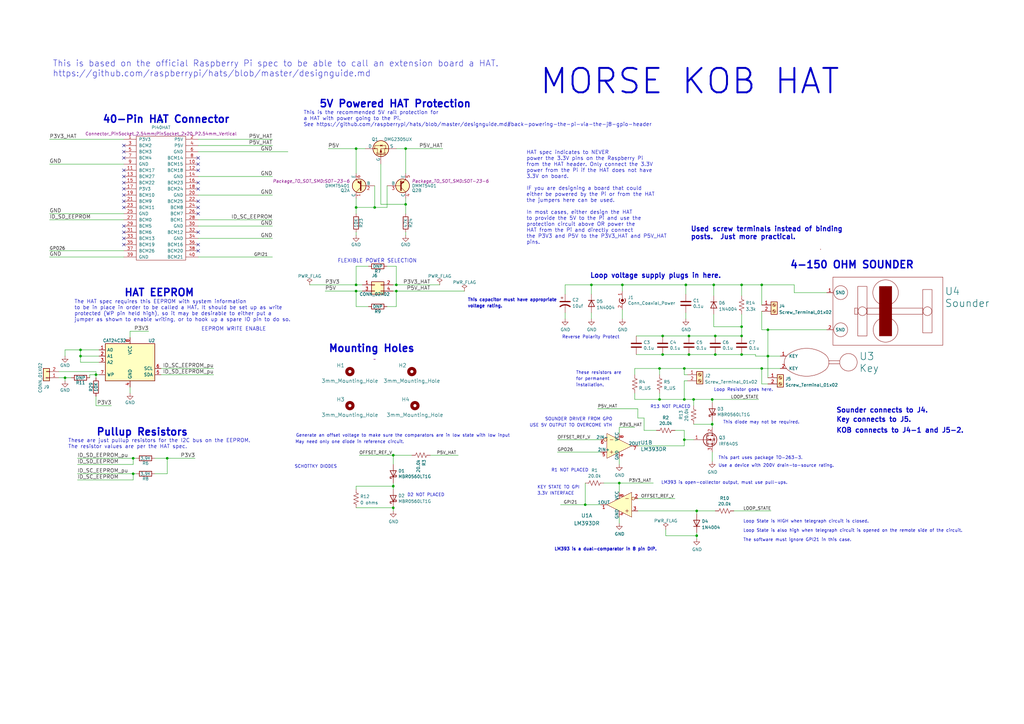
<source format=kicad_sch>
(kicad_sch (version 20211123) (generator eeschema)
  (paper "A3")
  (title_block (title "Raspberry Pi HAT") (date "2022-04-14") (rev "P1") (company "PiKOB Prototype Hat") (comment 1 "Gregory Raven"))
  (lib_symbols
    (symbol "Connector:Conn_Coaxial_Power" (pin_names (offset 1.016) hide)
      (property "Reference" "J" (at -5.08 -1.27 90))
      (property "Value" "Conn_Coaxial_Power" (at -3.175 -1.27 90))
      (symbol "Conn_Coaxial_Power_1_1"
        (pin passive line (at 0 2.54 270) (length 2.54) (name "In") (number "1"))
        (pin passive line (at 0 -5.08 90) (length 2.54) (name "Ext") (number "2"))
      )
    )
    (symbol "Connector:Screw_Terminal_01x02" (pin_names (offset 1.016) hide)
      (property "Reference" "J" (at 0 2.54 0))
      (property "Value" "Screw_Terminal_01x02" (at 0 -5.08 0))
      (symbol "Screw_Terminal_01x02_1_1"
        (pin passive line (at -5.08 0 0) (length 3.81) (name "Pin_1") (number "1"))
        (pin passive line (at -5.08 -2.54 0) (length 3.81) (name "Pin_2") (number "2"))
      )
    )
    (symbol "Connector_Generic:Conn_01x02" (pin_names (offset 1.016) hide)
      (property "Reference" "J" (at 0 2.54 0))
      (property "Value" "Conn_01x02" (at 0 -5.08 0))
      (symbol "Conn_01x02_1_1"
        (pin passive line (at -5.08 0 0) (length 3.81) (name "Pin_1") (number "1"))
        (pin passive line (at -5.08 -2.54 0) (length 3.81) (name "Pin_2") (number "2"))
      )
    )
    (symbol "Connector_Generic:Conn_02x02_Odd_Even" (pin_names (offset 1.016) hide)
      (property "Reference" "J" (at 1.27 2.54 0))
      (property "Value" "Conn_02x02_Odd_Even" (at 1.27 -5.08 0))
      (symbol "Conn_02x02_Odd_Even_1_1"
        (pin passive line (at -5.08 0 0) (length 3.81) (name "Pin_1") (number "1"))
        (pin passive line (at 7.62 0 180) (length 3.81) (name "Pin_2") (number "2"))
        (pin passive line (at -5.08 -2.54 0) (length 3.81) (name "Pin_3") (number "3"))
        (pin passive line (at 7.62 -2.54 180) (length 3.81) (name "Pin_4") (number "4"))
      )
    )
    (symbol "Device:C" (pin_numbers hide) (pin_names (offset 0.254))
      (property "Reference" "C" (at 0.635 2.54 0))
      (property "Value" "C" (at 0.635 -2.54 0))
      (symbol "C_1_1"
        (pin passive line (at 0 3.81 270) (length 2.794) (name "~") (number "1"))
        (pin passive line (at 0 -3.81 90) (length 2.794) (name "~") (number "2"))
      )
    )
    (symbol "Device:C_Polarized_US" (pin_numbers hide) (pin_names (offset 0.254) hide)
      (property "Reference" "C" (at 0.635 2.54 0))
      (property "Value" "C_Polarized_US" (at 0.635 -2.54 0))
      (symbol "C_Polarized_US_1_1"
        (pin passive line (at 0 3.81 270) (length 2.794) (name "~") (number "1"))
        (pin passive line (at 0 -3.81 90) (length 3.302) (name "~") (number "2"))
      )
    )
    (symbol "Device:R" (pin_numbers hide) (pin_names (offset 0))
      (property "Reference" "R" (at 2.032 0 90))
      (property "Value" "R" (at 0 0 90))
      (symbol "R_1_1"
        (pin passive line (at 0 3.81 270) (length 1.27) (name "~") (number "1"))
        (pin passive line (at 0 -3.81 90) (length 1.27) (name "~") (number "2"))
      )
    )
    (symbol "Device:R_US" (pin_numbers hide) (pin_names (offset 0))
      (property "Reference" "R" (at 2.54 0 90))
      (property "Value" "R_US" (at -2.54 0 90))
      (symbol "R_US_1_1"
        (pin passive line (at 0 3.81 270) (length 1.27) (name "~") (number "1"))
        (pin passive line (at 0 -3.81 90) (length 1.27) (name "~") (number "2"))
      )
    )
    (symbol "Diode:1N4004" (pin_numbers hide) (pin_names (offset 1.016) hide)
      (property "Reference" "D" (at 0 2.54 0))
      (property "Value" "1N4004" (at 0 -2.54 0))
      (symbol "1N4004_1_1"
        (pin passive line (at -3.81 0 0) (length 2.54) (name "K") (number "1"))
        (pin passive line (at 3.81 0 180) (length 2.54) (name "A") (number "2"))
      )
    )
    (symbol "Diode:MBR0560" (pin_numbers hide) (pin_names (offset 1.016) hide)
      (property "Reference" "D" (at 0 2.54 0))
      (property "Value" "MBR0560" (at 0 -2.54 0))
      (symbol "MBR0560_1_1"
        (pin passive line (at -3.81 0 0) (length 2.54) (name "K") (number "1"))
        (pin passive line (at 3.81 0 180) (length 2.54) (name "A") (number "2"))
      )
    )
    (symbol "Mechanical:MountingHole" (pin_names (offset 1.016))
      (property "Reference" "H" (at 0 5.08 0))
      (property "Value" "MountingHole" (at 0 3.175 0))
    )
    (symbol "Transistor_FET:IRFS4321" (pin_names hide)
      (property "Reference" "Q" (at 5.08 1.905 0))
      (property "Value" "IRFS4321" (at 5.08 0 0))
      (symbol "IRFS4321_1_1"
        (pin passive line (at -5.08 0 0) (length 2.54) (name "G") (number "1"))
        (pin passive line (at 2.54 5.08 270) (length 2.54) (name "D") (number "2"))
        (pin passive line (at 2.54 -5.08 90) (length 2.54) (name "S") (number "3"))
      )
    )
    (symbol "power:GND" (power) (pin_names (offset 0))
      (property "Value" "GND" (at 0 -3.81 0))
      (symbol "GND_1_1"
        (pin power_in line (at 0 0 270) (length 0) hide (name "GND") (number "1"))
      )
    )
    (symbol "power:PWR_FLAG" (power) (pin_numbers hide) (pin_names (offset 0) hide)
      (property "Value" "PWR_FLAG" (at 0 3.81 0))
      (symbol "PWR_FLAG_0_0"
        (pin power_out line (at 0 0 90) (length 0) (name "pwr") (number "1"))
      )
    )
    (symbol "raspberrypi_hat:CAT24C32" (pin_names (offset 0.762))
      (property "Reference" "U" (at -8.89 8.89 0))
      (property "Value" "CAT24C32" (at 6.35 8.89 0))
      (symbol "CAT24C32_0_0"
        (pin power_in line (at 0 -10.16 90) (length 2.54) (name "GND") (number "4"))
        (pin power_in line (at 0 10.16 270) (length 2.54) (name "VCC") (number "8"))
      )
      (symbol "CAT24C32_1_1"
        (pin input line (at -12.7 5.08 0) (length 2.54) (name "A0") (number "1"))
        (pin input line (at -12.7 2.54 0) (length 2.54) (name "A1") (number "2"))
        (pin input line (at -12.7 0 0) (length 2.54) (name "A2") (number "3"))
        (pin bidirectional line (at 12.7 -5.08 180) (length 2.54) (name "SDA") (number "5"))
        (pin input line (at 12.7 -2.54 180) (length 2.54) (name "SCL") (number "6"))
        (pin input line (at -12.7 -5.08 0) (length 2.54) (name "WP") (number "7"))
      )
    )
    (symbol "raspberrypi_hat:DMG2305UX" (pin_numbers hide) (pin_names (offset 0))
      (property "Reference" "Q" (at -2.54 3.81 0))
      (property "Value" "DMG2305UX" (at 12.7 3.81 0))
      (symbol "DMG2305UX_1_1"
        (pin input line (at -6.35 0 0) (length 3.81) (name "G") (number "1"))
        (pin passive line (at 0 -6.35 90) (length 3.81) (name "S") (number "2"))
        (pin passive line (at 0 6.35 270) (length 3.81) (name "D") (number "3"))
      )
    )
    (symbol "raspberrypi_hat:DMMT5401" (pin_names (offset 0))
      (property "Reference" "Q" (at 5.08 1.905 0))
      (property "Value" "DMMT5401" (at 5.08 0 0))
      (property "Footprint" "SOT-26" (at 5.08 -1.905 0))
      (symbol "DMMT5401_1_1"
        (pin passive line (at 2.54 5.08 270) (length 2.54) (name "C") (number "1"))
        (pin input line (at -5.08 0 0) (length 5.08) (name "B") (number "2"))
        (pin passive line (at 2.54 -5.08 90) (length 2.54) (name "E") (number "6"))
      )
      (symbol "DMMT5401_2_1"
        (pin input line (at -5.08 0 0) (length 5.08) (name "B") (number "3"))
        (pin passive line (at 2.54 5.08 270) (length 2.54) (name "C") (number "4"))
        (pin passive line (at 2.54 -5.08 90) (length 2.54) (name "E") (number "5"))
      )
    )
    (symbol "raspberrypi_hat:PI40HAT" (pin_names (offset 1.016))
      (property "Reference" "J" (at 8.89 2.54 0))
      (property "Value" "PI40HAT" (at -7.62 2.54 0))
      (property "Footprint" "OX40_Module_Header" (at 0 5.08 0))
      (symbol "PI40HAT_1_1"
        (pin passive line (at -15.24 0 0) (length 5.08) (name "P3V3") (number "1"))
        (pin passive line (at 15.24 -10.16 180) (length 5.08) (name "BCM15") (number "10"))
        (pin passive line (at -15.24 -12.7 0) (length 5.08) (name "BCM17") (number "11"))
        (pin passive line (at 15.24 -12.7 180) (length 5.08) (name "BCM18") (number "12"))
        (pin passive line (at -15.24 -15.24 0) (length 5.08) (name "BCM27") (number "13"))
        (pin passive line (at 15.24 -15.24 180) (length 5.08) (name "GND") (number "14"))
        (pin passive line (at -15.24 -17.78 0) (length 5.08) (name "BCM22") (number "15"))
        (pin passive line (at 15.24 -17.78 180) (length 5.08) (name "BCM23") (number "16"))
        (pin passive line (at -15.24 -20.32 0) (length 5.08) (name "P3V3") (number "17"))
        (pin passive line (at 15.24 -20.32 180) (length 5.08) (name "BCM24") (number "18"))
        (pin passive line (at -15.24 -22.86 0) (length 5.08) (name "BCM10") (number "19"))
        (pin passive line (at 15.24 0 180) (length 5.08) (name "P5V") (number "2"))
        (pin passive line (at 15.24 -22.86 180) (length 5.08) (name "GND") (number "20"))
        (pin passive line (at -15.24 -25.4 0) (length 5.08) (name "BCM9") (number "21"))
        (pin passive line (at 15.24 -25.4 180) (length 5.08) (name "BCM25") (number "22"))
        (pin passive line (at -15.24 -27.94 0) (length 5.08) (name "BCM11") (number "23"))
        (pin passive line (at 15.24 -27.94 180) (length 5.08) (name "BCM8") (number "24"))
        (pin passive line (at -15.24 -30.48 0) (length 5.08) (name "GND") (number "25"))
        (pin passive line (at 15.24 -30.48 180) (length 5.08) (name "BCM7") (number "26"))
        (pin passive line (at -15.24 -33.02 0) (length 5.08) (name "BCM0") (number "27"))
        (pin passive line (at 15.24 -33.02 180) (length 5.08) (name "BCM1") (number "28"))
        (pin passive line (at -15.24 -35.56 0) (length 5.08) (name "BCM5") (number "29"))
        (pin passive line (at -15.24 -2.54 0) (length 5.08) (name "BCM2") (number "3"))
        (pin passive line (at 15.24 -35.56 180) (length 5.08) (name "GND") (number "30"))
        (pin passive line (at -15.24 -38.1 0) (length 5.08) (name "BCM6") (number "31"))
        (pin passive line (at 15.24 -38.1 180) (length 5.08) (name "BCM12") (number "32"))
        (pin passive line (at -15.24 -40.64 0) (length 5.08) (name "BCM13") (number "33"))
        (pin passive line (at 15.24 -40.64 180) (length 5.08) (name "GND") (number "34"))
        (pin passive line (at -15.24 -43.18 0) (length 5.08) (name "BCM19") (number "35"))
        (pin passive line (at 15.24 -43.18 180) (length 5.08) (name "BCM16") (number "36"))
        (pin passive line (at -15.24 -45.72 0) (length 5.08) (name "BCM26") (number "37"))
        (pin passive line (at 15.24 -45.72 180) (length 5.08) (name "BCM20") (number "38"))
        (pin passive line (at -15.24 -48.26 0) (length 5.08) (name "GND") (number "39"))
        (pin passive line (at 15.24 -2.54 180) (length 5.08) (name "P5V") (number "4"))
        (pin passive line (at 15.24 -48.26 180) (length 5.08) (name "BCM21") (number "40"))
        (pin passive line (at -15.24 -5.08 0) (length 5.08) (name "BCM3") (number "5"))
        (pin passive line (at 15.24 -5.08 180) (length 5.08) (name "GND") (number "6"))
        (pin passive line (at -15.24 -7.62 0) (length 5.08) (name "BCM4") (number "7"))
        (pin passive line (at 15.24 -7.62 180) (length 5.08) (name "BCM14") (number "8"))
        (pin passive line (at -15.24 -10.16 0) (length 5.08) (name "GND") (number "9"))
      )
    )
    (symbol "rpikobhat-rescue:Key-Telegraph" (pin_names (offset 1.016))
      (property "Reference" "U" (at -2.159 -3.683 0))
      (property "Value" "Key-Telegraph" (at -0.635 0.127 0))
      (symbol "Key-Telegraph_1_1"
        (pin input line (at -11.43 2.54 0) (length 2.54) (name "KEY") (number "1"))
        (pin input line (at -11.43 -2.54 0) (length 2.54) (name "KEY") (number "2"))
      )
    )
    (symbol "rpikobhat-rescue:LM393DR-dk_Linear-Comparators" (pin_names (offset 0))
      (property "Reference" "U" (at -3.81 6.35 0))
      (property "Value" "LM393DR-dk_Linear-Comparators" (at 2.54 -5.08 0))
      (symbol "LM393DR-dk_Linear-Comparators_1_1"
        (pin output line (at 7.62 0 180) (length 2.54) (name "1OUT") (number "1"))
        (pin input line (at -7.62 2.54 0) (length 1.27) (name "~") (number "2"))
        (pin input line (at -7.62 -2.54 0) (length 2.54) (name "~") (number "3"))
        (pin power_in line (at 0 -5.08 90) (length 2.54) (name "GND") (number "4"))
        (pin power_in line (at 0 5.08 270) (length 2.54) (name "VCC") (number "8"))
      )
      (symbol "LM393DR-dk_Linear-Comparators_2_1"
        (pin power_in line (at 0 -5.08 90) (length 2.54) (name "GND") (number "4"))
        (pin input line (at -7.62 -2.54 0) (length 2.54) (name "2IN+") (number "5"))
        (pin input line (at -7.62 2.54 0) (length 1.27) (name "2IN-") (number "6"))
        (pin output line (at 7.62 0 180) (length 2.54) (name "2OUT") (number "7"))
        (pin power_in line (at 0 5.08 270) (length 2.54) (name "VCC") (number "8"))
      )
    )
    (symbol "rpikobhat-rescue:Sounder-Telegraph" (pin_names (offset 1.016))
      (property "Reference" "U" (at 7.62 10.16 0))
      (property "Value" "Sounder-Telegraph" (at 13.97 -11.43 0))
      (symbol "Sounder-Telegraph_1_1"
        (pin input line (at -24.13 7.62 0) (length 2.54) (name "SND") (number "1"))
        (pin input line (at -24.13 -7.62 0) (length 2.54) (name "SND") (number "2"))
      )
    )
  )
  (junction (at 162.56 116.84))
  (junction (at 54.61 187.96))
  (junction (at 280.67 180.34))
  (junction (at 304.165 145.415))
  (junction (at 304.165 116.84))
  (junction (at 282.575 137.795))
  (junction (at 270.51 163.83))
  (junction (at 255.27 116.84))
  (junction (at 153.67 85.09))
  (junction (at 304.165 133.985))
  (junction (at 281.305 116.84))
  (junction (at 312.42 151.13))
  (junction (at 146.05 116.84))
  (junction (at 293.37 137.795))
  (junction (at 282.575 145.415))
  (junction (at 161.29 208.28))
  (junction (at 292.1 163.83))
  (junction (at 285.75 219.71))
  (junction (at 280.67 151.13))
  (junction (at 54.61 194.31))
  (junction (at 242.57 116.84))
  (junction (at 33.02 143.51))
  (junction (at 146.05 60.96))
  (junction (at 292.735 116.84))
  (junction (at 146.05 119.38))
  (junction (at 146.05 85.09))
  (junction (at 292.1 173.99))
  (junction (at 166.37 83.82))
  (junction (at 26.67 154.94))
  (junction (at 68.58 187.96))
  (junction (at 161.29 199.39))
  (junction (at 33.02 146.05))
  (junction (at 312.42 116.84))
  (junction (at 280.67 163.83))
  (junction (at 161.29 186.69))
  (junction (at 314.96 146.05))
  (junction (at 254 198.12))
  (junction (at 284.48 163.83))
  (junction (at 39.37 153.67))
  (junction (at 285.75 209.55))
  (junction (at 240.03 207.01))
  (junction (at 162.56 119.38))
  (junction (at 304.165 137.795))
  (junction (at 293.37 145.415))
  (junction (at 270.51 151.13))
  (junction (at 271.78 137.795))
  (junction (at 314.96 135.255))
  (junction (at 166.37 60.96))
  (junction (at 271.78 145.415))
  (no_connect (at 50.8 62.23))
  (no_connect (at 81.28 64.77))
  (no_connect (at 81.28 82.55))
  (no_connect (at 81.28 85.09))
  (no_connect (at 81.28 87.63))
  (no_connect (at 81.28 77.47))
  (no_connect (at 81.28 74.93))
  (no_connect (at 81.28 67.31))
  (no_connect (at 81.28 69.85))
  (no_connect (at 50.8 64.77))
  (no_connect (at 81.28 95.25))
  (no_connect (at 50.8 59.69))
  (no_connect (at 50.8 85.09))
  (no_connect (at 50.8 80.01))
  (no_connect (at 50.8 77.47))
  (no_connect (at 50.8 74.93))
  (no_connect (at 50.8 82.55))
  (no_connect (at 50.8 92.71))
  (no_connect (at 50.8 95.25))
  (no_connect (at 50.8 97.79))
  (no_connect (at 50.8 100.33))
  (no_connect (at 50.8 69.85))
  (no_connect (at 50.8 72.39))
  (no_connect (at 81.28 100.33))
  (no_connect (at 81.28 102.87))
  (wire (pts (xy 26.67 154.94) (xy 29.21 154.94)))
  (wire (pts (xy 26.67 143.51) (xy 26.67 146.05)))
  (wire (pts (xy 39.37 153.67) (xy 39.37 154.94)))
  (wire (pts (xy 231.775 128.27) (xy 231.775 130.81)))
  (wire (pts (xy 292.735 116.84) (xy 292.735 121.285)))
  (wire (pts (xy 281.305 116.84) (xy 292.735 116.84)))
  (wire (pts (xy 280.67 153.67) (xy 280.67 151.13)))
  (wire (pts (xy 146.05 81.28) (xy 146.05 85.09)))
  (wire (pts (xy 146.05 116.84) (xy 148.59 116.84)))
  (wire (pts (xy 312.42 127.635) (xy 312.42 135.255)))
  (wire (pts (xy 156.21 83.82) (xy 166.37 83.82)))
  (wire (pts (xy 273.05 219.71) (xy 285.75 219.71)))
  (wire (pts (xy 161.29 199.39) (xy 161.29 198.12)))
  (wire (pts (xy 325.755 116.84) (xy 312.42 116.84)))
  (wire (pts (xy 270.51 153.67) (xy 270.51 151.13)))
  (wire (pts (xy 161.29 119.38) (xy 162.56 119.38)))
  (wire (pts (xy 260.35 153.67) (xy 260.35 151.13)))
  (wire (pts (xy 273.05 217.17) (xy 273.05 219.71)))
  (wire (pts (xy 33.02 146.05) (xy 33.02 148.59)))
  (wire (pts (xy 39.37 166.37) (xy 39.37 162.56)))
  (wire (pts (xy 166.37 96.52) (xy 166.37 95.25)))
  (wire (pts (xy 280.67 151.13) (xy 312.42 151.13)))
  (wire (pts (xy 24.13 154.94) (xy 26.67 154.94)))
  (wire (pts (xy 242.57 116.84) (xy 242.57 120.65)))
  (wire (pts (xy 281.305 116.84) (xy 281.305 120.65)))
  (wire (pts (xy 304.165 145.415) (xy 309.88 145.415)))
  (wire (pts (xy 45.72 166.37) (xy 39.37 166.37)))
  (wire (pts (xy 161.29 200.66) (xy 161.29 199.39)))
  (wire (pts (xy 261.62 209.55) (xy 285.75 209.55)))
  (wire (pts (xy 53.34 135.89) (xy 60.96 135.89)))
  (wire (pts (xy 285.75 218.44) (xy 285.75 219.71)))
  (wire (pts (xy 254 187.96) (xy 254 190.5)))
  (wire (pts (xy 264.16 176.53) (xy 269.24 176.53)))
  (wire (pts (xy 285.75 209.55) (xy 293.37 209.55)))
  (wire (pts (xy 63.5 187.96) (xy 68.58 187.96)))
  (wire (pts (xy 54.61 194.31) (xy 55.88 194.31)))
  (wire (pts (xy 314.96 135.255) (xy 314.96 146.05)))
  (wire (pts (xy 146.05 96.52) (xy 146.05 95.25)))
  (wire (pts (xy 309.88 145.415) (xy 309.88 146.05)))
  (wire (pts (xy 292.1 185.42) (xy 292.1 189.23)))
  (wire (pts (xy 81.28 90.17) (xy 111.76 90.17)))
  (wire (pts (xy 134.62 60.96) (xy 146.05 60.96)))
  (wire (pts (xy 254 198.12) (xy 267.97 198.12)))
  (wire (pts (xy 314.96 154.94) (xy 314.96 146.05)))
  (wire (pts (xy 81.28 97.79) (xy 111.76 97.79)))
  (wire (pts (xy 36.83 153.67) (xy 36.83 154.94)))
  (wire (pts (xy 292.1 173.99) (xy 292.1 175.26)))
  (wire (pts (xy 36.83 153.67) (xy 39.37 153.67)))
  (wire (pts (xy 282.575 137.795) (xy 293.37 137.795)))
  (wire (pts (xy 162.56 116.84) (xy 180.34 116.84)))
  (wire (pts (xy 281.94 156.21) (xy 280.67 156.21)))
  (wire (pts (xy 292.735 133.985) (xy 304.165 133.985)))
  (wire (pts (xy 166.37 81.28) (xy 166.37 83.82)))
  (wire (pts (xy 270.51 163.83) (xy 280.67 163.83)))
  (wire (pts (xy 54.61 190.5) (xy 54.61 187.96)))
  (wire (pts (xy 68.58 194.31) (xy 63.5 194.31)))
  (wire (pts (xy 312.42 157.48) (xy 312.42 151.13)))
  (wire (pts (xy 231.775 116.84) (xy 242.57 116.84)))
  (wire (pts (xy 312.42 151.13) (xy 320.04 151.13)))
  (wire (pts (xy 146.05 85.09) (xy 153.67 85.09)))
  (wire (pts (xy 31.75 194.31) (xy 54.61 194.31)))
  (wire (pts (xy 54.61 196.85) (xy 31.75 196.85)))
  (wire (pts (xy 309.88 146.05) (xy 314.96 146.05)))
  (wire (pts (xy 292.1 172.72) (xy 292.1 173.99)))
  (wire (pts (xy 247.65 198.12) (xy 254 198.12)))
  (wire (pts (xy 261.62 167.64) (xy 261.62 171.45)))
  (wire (pts (xy 166.37 71.12) (xy 166.37 60.96)))
  (wire (pts (xy 33.02 148.59) (xy 40.64 148.59)))
  (wire (pts (xy 26.67 156.21) (xy 26.67 154.94)))
  (wire (pts (xy 281.94 153.67) (xy 280.67 153.67)))
  (wire (pts (xy 246.38 180.34) (xy 228.6 180.34)))
  (wire (pts (xy 260.35 151.13) (xy 270.51 151.13)))
  (wire (pts (xy 284.48 163.83) (xy 284.48 166.37)))
  (wire (pts (xy 276.86 176.53) (xy 280.67 176.53)))
  (wire (pts (xy 260.35 161.29) (xy 260.35 163.83)))
  (wire (pts (xy 24.13 152.4) (xy 39.37 152.4)))
  (wire (pts (xy 255.27 127) (xy 255.27 130.81)))
  (wire (pts (xy 254 175.26) (xy 260.35 175.26)))
  (wire (pts (xy 33.02 143.51) (xy 33.02 146.05)))
  (wire (pts (xy 282.575 145.415) (xy 293.37 145.415)))
  (wire (pts (xy 68.58 194.31) (xy 68.58 187.96)))
  (wire (pts (xy 240.03 207.01) (xy 229.87 207.01)))
  (wire (pts (xy 81.28 105.41) (xy 111.76 105.41)))
  (wire (pts (xy 68.58 187.96) (xy 80.01 187.96)))
  (wire (pts (xy 285.75 210.82) (xy 285.75 209.55)))
  (wire (pts (xy 133.35 119.38) (xy 146.05 119.38)))
  (wire (pts (xy 162.56 125.73) (xy 162.56 119.38)))
  (wire (pts (xy 161.29 190.5) (xy 161.29 186.69)))
  (wire (pts (xy 153.67 76.2) (xy 153.67 85.09)))
  (wire (pts (xy 304.165 116.84) (xy 304.165 121.285)))
  (wire (pts (xy 176.53 186.69) (xy 187.96 186.69)))
  (wire (pts (xy 260.35 163.83) (xy 270.51 163.83)))
  (wire (pts (xy 161.29 116.84) (xy 162.56 116.84)))
  (wire (pts (xy 284.48 173.99) (xy 292.1 173.99)))
  (wire (pts (xy 285.75 219.71) (xy 285.75 220.98)))
  (wire (pts (xy 260.985 137.795) (xy 271.78 137.795)))
  (wire (pts (xy 284.48 163.83) (xy 292.1 163.83)))
  (wire (pts (xy 314.96 146.05) (xy 320.04 146.05)))
  (wire (pts (xy 50.8 57.15) (xy 20.32 57.15)))
  (wire (pts (xy 50.8 67.31) (xy 20.32 67.31)))
  (wire (pts (xy 264.16 171.45) (xy 264.16 176.53)))
  (wire (pts (xy 314.96 135.255) (xy 339.09 135.255)))
  (wire (pts (xy 53.34 158.75) (xy 53.34 161.29)))
  (wire (pts (xy 162.56 119.38) (xy 190.5 119.38)))
  (wire (pts (xy 254 201.93) (xy 254 198.12)))
  (wire (pts (xy 54.61 190.5) (xy 31.75 190.5)))
  (wire (pts (xy 280.67 163.83) (xy 284.48 163.83)))
  (wire (pts (xy 161.29 186.69) (xy 147.32 186.69)))
  (wire (pts (xy 127 116.84) (xy 146.05 116.84)))
  (wire (pts (xy 314.96 157.48) (xy 312.42 157.48)))
  (wire (pts (xy 240.03 198.12) (xy 240.03 207.01)))
  (wire (pts (xy 261.62 204.47) (xy 276.86 204.47)))
  (wire (pts (xy 166.37 60.96) (xy 181.61 60.96)))
  (wire (pts (xy 146.05 119.38) (xy 148.59 119.38)))
  (wire (pts (xy 50.8 90.17) (xy 20.32 90.17)))
  (wire (pts (xy 231.775 120.65) (xy 231.775 116.84)))
  (wire (pts (xy 146.05 208.28) (xy 161.29 208.28)))
  (wire (pts (xy 280.67 156.21) (xy 280.67 163.83)))
  (wire (pts (xy 53.34 135.89) (xy 53.34 138.43)))
  (wire (pts (xy 260.985 145.415) (xy 271.78 145.415)))
  (wire (pts (xy 158.75 85.09) (xy 158.75 76.2)))
  (wire (pts (xy 81.28 72.39) (xy 111.76 72.39)))
  (wire (pts (xy 292.735 128.905) (xy 292.735 133.985)))
  (wire (pts (xy 293.37 145.415) (xy 304.165 145.415)))
  (wire (pts (xy 270.51 161.29) (xy 270.51 163.83)))
  (wire (pts (xy 255.27 119.38) (xy 255.27 116.84)))
  (wire (pts (xy 246.38 207.01) (xy 240.03 207.01)))
  (wire (pts (xy 245.11 167.64) (xy 261.62 167.64)))
  (wire (pts (xy 255.27 116.84) (xy 281.305 116.84)))
  (wire (pts (xy 81.28 59.69) (xy 111.76 59.69)))
  (wire (pts (xy 146.05 199.39) (xy 161.29 199.39)))
  (wire (pts (xy 264.16 171.45) (xy 261.62 171.45)))
  (wire (pts (xy 161.29 186.69) (xy 168.91 186.69)))
  (wire (pts (xy 153.67 85.09) (xy 158.75 85.09)))
  (wire (pts (xy 151.13 125.73) (xy 146.05 125.73)))
  (wire (pts (xy 158.75 125.73) (xy 162.56 125.73)))
  (wire (pts (xy 50.8 102.87) (xy 20.32 102.87)))
  (wire (pts (xy 312.42 135.255) (xy 314.96 135.255)))
  (wire (pts (xy 146.05 85.09) (xy 146.05 87.63)))
  (wire (pts (xy 162.56 109.22) (xy 158.75 109.22)))
  (wire (pts (xy 146.05 109.22) (xy 146.05 116.84)))
  (wire (pts (xy 161.29 209.55) (xy 161.29 208.28)))
  (wire (pts (xy 81.28 92.71) (xy 111.76 92.71)))
  (wire (pts (xy 39.37 153.67) (xy 40.64 153.67)))
  (wire (pts (xy 280.67 180.34) (xy 284.48 180.34)))
  (wire (pts (xy 292.1 165.1) (xy 292.1 163.83)))
  (wire (pts (xy 304.165 133.985) (xy 304.165 128.905)))
  (wire (pts (xy 271.78 145.415) (xy 282.575 145.415)))
  (wire (pts (xy 151.13 109.22) (xy 146.05 109.22)))
  (wire (pts (xy 87.63 153.67) (xy 66.04 153.67)))
  (wire (pts (xy 146.05 71.12) (xy 146.05 60.96)))
  (wire (pts (xy 270.51 151.13) (xy 280.67 151.13)))
  (wire (pts (xy 66.04 151.13) (xy 87.63 151.13)))
  (wire (pts (xy 246.38 185.42) (xy 228.6 185.42)))
  (wire (pts (xy 81.28 62.23) (xy 118.11 62.23)))
  (wire (pts (xy 325.755 120.015) (xy 325.755 116.84)))
  (wire (pts (xy 304.165 116.84) (xy 312.42 116.84)))
  (wire (pts (xy 162.56 60.96) (xy 166.37 60.96)))
  (wire (pts (xy 33.02 143.51) (xy 40.64 143.51)))
  (wire (pts (xy 50.8 105.41) (xy 20.32 105.41)))
  (wire (pts (xy 156.21 67.31) (xy 156.21 83.82)))
  (wire (pts (xy 146.05 119.38) (xy 146.05 125.73)))
  (wire (pts (xy 54.61 196.85) (xy 54.61 194.31)))
  (wire (pts (xy 242.57 128.27) (xy 242.57 130.81)))
  (wire (pts (xy 166.37 83.82) (xy 166.37 87.63)))
  (wire (pts (xy 280.67 176.53) (xy 280.67 180.34)))
  (wire (pts (xy 304.165 133.985) (xy 304.165 137.795)))
  (wire (pts (xy 254 212.09) (xy 254 214.63)))
  (wire (pts (xy 292.735 116.84) (xy 304.165 116.84)))
  (wire (pts (xy 312.42 116.84) (xy 312.42 125.095)))
  (wire (pts (xy 31.75 187.96) (xy 54.61 187.96)))
  (wire (pts (xy 293.37 137.795) (xy 304.165 137.795)))
  (wire (pts (xy 26.67 143.51) (xy 33.02 143.51)))
  (wire (pts (xy 292.1 163.83) (xy 311.15 163.83)))
  (wire (pts (xy 146.05 200.66) (xy 146.05 199.39)))
  (wire (pts (xy 146.05 60.96) (xy 149.86 60.96)))
  (wire (pts (xy 339.09 120.015) (xy 325.755 120.015)))
  (wire (pts (xy 281.305 128.27) (xy 281.305 130.81)))
  (wire (pts (xy 242.57 116.84) (xy 255.27 116.84)))
  (wire (pts (xy 271.78 137.795) (xy 282.575 137.795)))
  (wire (pts (xy 254 177.8) (xy 254 175.26)))
  (wire (pts (xy 162.56 116.84) (xy 162.56 109.22)))
  (wire (pts (xy 280.67 180.34) (xy 280.67 182.88)))
  (wire (pts (xy 81.28 57.15) (xy 111.76 57.15)))
  (wire (pts (xy 81.28 80.01) (xy 111.76 80.01)))
  (wire (pts (xy 40.64 146.05) (xy 33.02 146.05)))
  (wire (pts (xy 261.62 182.88) (xy 280.67 182.88)))
  (wire (pts (xy 300.99 209.55) (xy 316.23 209.55)))
  (wire (pts (xy 39.37 152.4) (xy 39.37 153.67)))
  (wire (pts (xy 54.61 187.96) (xy 55.88 187.96)))
  (wire (pts (xy 50.8 87.63) (xy 20.32 87.63)))
  (text "The HAT spec requires this EEPROM with system information\nto be in place in order to be called a HAT. It should be set up as write\nprotected (WP pin held high), so it may be desirable to either put a \njumper as shown to enable writing, or to hook up a spare IO pin to do so." (at 30.48 132.08 0) (effects (font (size 1.524 1.524)) (justify left bottom)))
  (text "HAT EEPROM" (at 50.8 121.92 0) (effects (font (size 2.9972 2.9972) (thickness 0.5994) bold) (justify left bottom)))
  (text "This diode may not be required." (at 296.545 173.99 0) (effects (font (size 1.27 1.27)) (justify left bottom)))
  (text "Used screw terminals instead of binding\nposts.  Just more practical." (at 283.21 98.425 0) (effects (font (size 2 2) (thickness 0.4) bold) (justify left bottom)))
  (text "Mounting Holes" (at 134.62 144.78 0) (effects (font (size 2.9972 2.9972) (thickness 0.5994) bold) (justify left bottom)))
  (text "Reverse Polarity Protect" (at 230.505 139.065 0) (effects (font (size 1.27 1.27)) (justify left bottom)))
  (text "Generate an offset voltage to make sure the comparators are in low state with low input" (at 121.3612 179.4256 0) (effects (font (size 1.27 1.27)) (justify left bottom)))
  (text "Loop voltage supply plugs in here." (at 241.935 114.3 0) (effects (font (size 2 2) (thickness 0.4) bold) (justify left bottom)))
  (text "R13 NOT PLACED" (at 266.7 167.64 0) (effects (font (size 1.27 1.27)) (justify left bottom)))
  (text "Use a device with 200V drain-to-source rating." (at 294.64 191.77 0) (effects (font (size 1.27 1.27)) (justify left bottom)))
  (text "KEY STATE TO GPI" (at 220.345 200.66 0) (effects (font (size 1.27 1.27)) (justify left bottom)))
  (text "This capacitor must have appropriate" (at 191.77 123.825 0) (effects (font (size 1.27 1.27) bold) (justify left bottom)))
  (text "The software must ignore GPI21 in this case." (at 304.8 222.25 0) (effects (font (size 1.27 1.27)) (justify left bottom)))
  (text "40-Pin HAT Connector" (at 41.91 50.8 0) (effects (font (size 2.9972 2.9972) (thickness 0.5994) bold) (justify left bottom)))
  (text "4-150 OHM SOUNDER" (at 323.85 110.49 0) (effects (font (size 2.9972 2.9972) (thickness 0.5994) bold) (justify left bottom)))
  (text "D2 NOT PLACED" (at 167.005 203.835 0) (effects (font (size 1.27 1.27)) (justify left bottom)))
  (text "Loop State is HIGH when telegraph circuit is closed." (at 304.8 214.63 0) (effects (font (size 1.27 1.27)) (justify left bottom)))
  (text "3.3V INTERFACE" (at 220.345 203.2 0) (effects (font (size 1.27 1.27)) (justify left bottom)))
  (text "Sounder connects to J4." (at 342.9 169.545 0) (effects (font (size 2 2) (thickness 0.4) bold) (justify left bottom)))
  (text "These are just pullup resistors for the I2C bus on the EEPROM.\nThe resistor values are per the HAT spec." (at 27.94 184.15 0) (effects (font (size 1.524 1.524)) (justify left bottom)))
  (text "voltage rating." (at 191.77 126.365 0) (effects (font (size 1.27 1.27) bold) (justify left bottom)))
  (text "for permanent" (at 236.22 156.21 0) (effects (font (size 1.27 1.27)) (justify left bottom)))
  (text "EEPROM WRITE ENABLE" (at 82.55 135.89 0) (effects (font (size 1.524 1.524)) (justify left bottom)))
  (text "installation." (at 236.22 158.75 0) (effects (font (size 1.27 1.27)) (justify left bottom)))
  (text "USE 5V OUTPUT TO OVERCOME VTH" (at 217.17 175.26 0) (effects (font (size 1.27 1.27)) (justify left bottom)))
  (text "This is based on the official Raspberry Pi spec to be able to call an extension board a HAT.\nhttps://github.com/raspberrypi/hats/blob/master/designguide.md" (at 21.59 31.75 0) (effects (font (size 2.54 2.54)) (justify left bottom)))
  (text "This is the recommended 5V rail protection for \na HAT with power going to the Pi.\nSee https://github.com/raspberrypi/hats/blob/master/designguide.md#back-powering-the-pi-via-the-j8-gpio-header" (at 124.46 52.07 0) (effects (font (size 1.524 1.524)) (justify left bottom)))
  (text "MORSE KOB HAT" (at 220.98 39.37 0) (effects (font (size 10 10) (thickness 0.8) bold) (justify left bottom)))
  (text "LM393 is open-collector output, must use pull-ups." (at 271.145 198.755 0) (effects (font (size 1.27 1.27)) (justify left bottom)))
  (text "Loop Resistor goes here." (at 292.735 160.655 0) (effects (font (size 1.27 1.27)) (justify left bottom)))
  (text "Key connects to J4." (at 438.785 165.735 0) (effects (font (size 1.27 1.27)) (justify left bottom)))
  (text "Loop State is also high when telegraph circuit is opened on the remote side of the circuit." (at 304.8 218.44 0) (effects (font (size 1.27 1.27)) (justify left bottom)))
  (text "Key connects to J5." (at 342.9 173.355 0) (effects (font (size 2 2) (thickness 0.4) bold) (justify left bottom)))
  (text "5V Powered HAT Protection" (at 130.81 44.45 0) (effects (font (size 2.9972 2.9972) (thickness 0.5994) bold) (justify left bottom)))
  (text "FLEXIBLE POWER SELECTION" (at 138.43 107.95 0) (effects (font (size 1.524 1.524)) (justify left bottom)))
  (text "These resistors are" (at 236.22 153.67 0) (effects (font (size 1.27 1.27)) (justify left bottom)))
  (text "Pullup Resistors" (at 39.37 179.07 0) (effects (font (size 2.9972 2.9972) (thickness 0.5994) bold) (justify left bottom)))
  (text "SCHOTTKY DIODES" (at 120.8024 192.1764 0) (effects (font (size 1.27 1.27)) (justify left bottom)))
  (text "SOUNDER DRIVER FROM GPO" (at 223.52 172.72 0) (effects (font (size 1.27 1.27)) (justify left bottom)))
  (text "R1 NOT PLACED" (at 226.06 193.675 0) (effects (font (size 1.27 1.27)) (justify left bottom)))
  (text "KOB connects to J4-1 and J5-2." (at 342.9 177.8 0) (effects (font (size 2 2) (thickness 0.4) bold) (justify left bottom)))
  (text "This part uses package TO-263-3." (at 294.64 188.595 0) (effects (font (size 1.27 1.27)) (justify left bottom)))
  (text "May need only one diode in reference circuit." (at 121.0564 182.0672 0) (effects (font (size 1.27 1.27)) (justify left bottom)))
  (text "LM393 is a dual-comparator in 8 pin DIP." (at 227.33 226.06 0) (effects (font (size 1.27 1.27) bold) (justify left bottom)))
  (text "HAT spec indicates to NEVER\npower the 3.3V pins on the Raspberry Pi \nfrom the HAT header. Only connect the 3.3V\npower from the Pi if the HAT does not have\n3.3V on board.\n\nIF you are designing a board that could\neither be powered by the Pi or from the HAT\nthe jumpers here can be used.\n\nIn most cases, either design the HAT \nto provide the 5V to the Pi and use the\nprotection circuit above OR power the\nHAT from the Pi and directly connect\nthe P3V3 and P5V to the P3V3_HAT and P5V_HAT\npins." (at 215.9 100.33 0) (effects (font (size 1.524 1.524)) (justify left bottom)))
  (label "ID_SC_EEPROM" (at 111.76 90.17 180) (effects (font (size 1.524 1.524))))
  (label "P5V_HAT" (at 245.11 167.64 0))
  (label "GND" (at 111.76 92.71 180) (effects (font (size 1.524 1.524))))
  (label "GPI21" (at 231.14 207.01 0))
  (label "GND" (at 20.32 87.63 0) (effects (font (size 1.524 1.524))))
  (label "P5V_HAT" (at 111.76 57.15 180) (effects (font (size 1.524 1.524))))
  (label "P3V3_HAT" (at 254 175.26 0))
  (label "GND" (at 111.76 62.23 180) (effects (font (size 1.524 1.524))))
  (label "ID_SC_EEPROM_pu" (at 87.63 151.13 180) (effects (font (size 1.524 1.524))))
  (label "P3V3_HAT" (at 257.81 198.12 0))
  (label "P3V3" (at 45.72 166.37 180) (effects (font (size 1.524 1.524))))
  (label "OFFSET_REF_V" (at 228.6 180.34 0))
  (label "P5V" (at 134.62 60.96 0) (effects (font (size 1.524 1.524))))
  (label "GPI21" (at 104.14 105.41 0))
  (label "LOOP_STATE" (at 299.72 163.83 0))
  (label "P5V_HAT" (at 181.61 60.96 180) (effects (font (size 1.524 1.524))))
  (label "P3V3" (at 60.96 135.89 180) (effects (font (size 1.524 1.524))))
  (label "ID_SD_EEPROM" (at 20.32 90.17 0) (effects (font (size 1.524 1.524))))
  (label "P3V3_HAT" (at 176.53 116.84 180) (effects (font (size 1.524 1.524))))
  (label "P5V" (at 133.35 119.38 0) (effects (font (size 1.524 1.524))))
  (label "GND" (at 111.76 72.39 180) (effects (font (size 1.524 1.524))))
  (label "ID_SD_EEPROM_pu" (at 87.63 153.67 180) (effects (font (size 1.524 1.524))))
  (label "ID_SD_EEPROM_pu" (at 31.75 187.96 0) (effects (font (size 1.524 1.524))))
  (label "P5V_HAT" (at 176.53 119.38 180) (effects (font (size 1.524 1.524))))
  (label "ID_SD_EEPROM" (at 31.75 190.5 0) (effects (font (size 1.524 1.524))))
  (label "P5V_HAT" (at 179.07 186.69 0))
  (label "GND" (at 20.32 105.41 0) (effects (font (size 1.524 1.524))))
  (label "GPO26" (at 228.6 185.42 0))
  (label "P5V_HAT" (at 111.76 59.69 180) (effects (font (size 1.524 1.524))))
  (label "GPO26" (at 20.32 102.87 0))
  (label "OFFSET_REF_V" (at 262.89 204.47 0))
  (label "P3V3" (at 80.01 187.96 180) (effects (font (size 1.524 1.524))))
  (label "OFFSET_REF_V" (at 147.32 186.69 0))
  (label "GND" (at 20.32 67.31 0) (effects (font (size 1.524 1.524))))
  (label "GND" (at 111.76 97.79 180) (effects (font (size 1.524 1.524))))
  (label "LOOP_STATE" (at 304.8 209.55 0))
  (label "P3V3_HAT" (at 20.32 57.15 0) (effects (font (size 1.524 1.524))))
  (label "GND" (at 111.76 80.01 180) (effects (font (size 1.524 1.524))))
  (label "ID_SC_EEPROM_pu" (at 31.75 194.31 0) (effects (font (size 1.524 1.524))))
  (label "ID_SC_EEPROM" (at 31.75 196.85 0) (effects (font (size 1.524 1.524))))
  (label "P3V3" (at 133.35 116.84 0) (effects (font (size 1.524 1.524))))
  (symbol (lib_id "Mechanical:MountingHole") (at 143.51 152.4 0) (unit 1)
    (property "Reference" "H1" (at 139.7 149.86 0) (effects (font (size 1.524 1.524))))
    (property "Value" "3mm_Mounting_Hole" (at 143.51 156.21 0) (effects (font (size 1.524 1.524))))
    (property "Footprint" "project_footprints:NPTH_3mm_ID" (effects hide))
  )
  (symbol (lib_id "Mechanical:MountingHole") (at 168.91 152.4 0) (unit 1)
    (property "Reference" "H2" (at 165.1 149.86 0) (effects (font (size 1.524 1.524))))
    (property "Value" "3mm_Mounting_Hole" (at 168.91 156.21 0) (effects (font (size 1.524 1.524))))
    (property "Footprint" "project_footprints:NPTH_3mm_ID" (effects hide))
  )
  (symbol (lib_id "Mechanical:MountingHole") (at 143.51 166.37 0) (unit 1)
    (property "Reference" "H3" (at 139.7 163.83 0) (effects (font (size 1.524 1.524))))
    (property "Value" "3mm_Mounting_Hole" (at 143.51 170.18 0) (effects (font (size 1.524 1.524))))
    (property "Footprint" "project_footprints:NPTH_3mm_ID" (effects hide))
  )
  (symbol (lib_id "Mechanical:MountingHole") (at 170.18 166.37 0) (unit 1)
    (property "Reference" "H4" (at 166.37 163.83 0) (effects (font (size 1.524 1.524))))
    (property "Value" "3mm_Mounting_Hole" (at 170.18 170.18 0) (effects (font (size 1.524 1.524))))
    (property "Footprint" "project_footprints:NPTH_3mm_ID" (effects hide))
  )
  (symbol (lib_id "Connector_Generic:Conn_02x02_Odd_Even") (at 153.67 116.84 0) (unit 1)
    (property "Reference" "J6" (at 153.67 113.03 0))
    (property "Value" "CONN_02X02" (at 153.67 120.65 0))
    (property "Footprint" "Connector_PinHeader_2.54mm:PinHeader_2x02_P2.54mm_Vertical" (effects hide))
    (property "Datasheet" "~" (at 153.67 147.32 0))
  )
  (symbol (lib_id "raspberrypi_hat:DMG2305UX") (at 156.21 60.96 90) (unit 1)
    (property "Reference" "Q1" (at 152.4 57.15 90) (effects (justify right)))
    (property "Value" "DMG2305UX" (at 157.48 57.15 90) (effects (justify right)))
    (property "Footprint" "Package_TO_SOT_SMD:SOT-23" (effects hide))
  )
  (symbol (lib_id "raspberrypi_hat:DMMT5401") (at 148.59 76.2 180) (unit 1)
    (property "Reference" "Q2" (at 143.51 78.105 0) (effects (justify left)))
    (property "Value" "DMMT5401" (at 143.51 76.2 0) (effects (justify left)))
    (property "Footprint" "Package_TO_SOT_SMD:SOT-23-6" (at 143.51 74.295 0) (effects (font italic) (justify left)))
  )
  (symbol (lib_id "raspberrypi_hat:DMMT5401") (at 163.83 76.2 0) (mirror x) (unit 2)
    (property "Reference" "Q2" (at 168.91 78.105 0) (effects (justify left)))
    (property "Value" "DMMT5401" (at 168.91 76.2 0) (effects (justify left)))
    (property "Footprint" "Package_TO_SOT_SMD:SOT-23-6" (at 168.91 74.295 0) (effects (font italic) (justify left)))
  )
  (symbol (lib_id "Device:R") (at 146.05 91.44 0) (unit 1)
    (property "Reference" "R23" (at 148.082 91.44 90))
    (property "Value" "10K" (at 146.05 91.44 90))
    (property "Footprint" "Resistor_SMD:R_0603_1608Metric_Pad0.84x1.00mm_HandSolder" (effects hide))
  )
  (symbol (lib_id "Device:R") (at 166.37 91.44 0) (unit 1)
    (property "Reference" "R24" (at 168.402 91.44 90))
    (property "Value" "47K" (at 166.37 91.44 90))
    (property "Footprint" "Resistor_SMD:R_0603_1608Metric_Pad0.84x1.00mm_HandSolder" (effects hide))
  )
  (symbol (lib_id "power:GND") (at 146.05 96.52 0) (unit 1)
    (property "Reference" "#PWR01" (effects hide))
    (property "Value" "GND" (at 146.05 100.33 0))
  )
  (symbol (lib_id "power:GND") (at 166.37 96.52 0) (unit 1)
    (property "Reference" "#PWR02" (effects hide))
    (property "Value" "GND" (at 166.37 100.33 0))
  )
  (symbol (lib_id "raspberrypi_hat:CAT24C32") (at 53.34 148.59 0) (unit 1)
    (property "Reference" "U2" (at 62.23 139.7 0))
    (property "Value" "CAT24C32" (at 46.99 139.7 0))
    (property "Footprint" "Package_SOIC:SOIC-8_3.9x4.9mm_P1.27mm" (effects hide))
  )
  (symbol (lib_id "Device:R") (at 59.69 187.96 270) (unit 1)
    (property "Reference" "R6" (at 59.69 189.992 90))
    (property "Value" "3.9K" (at 59.69 187.96 90))
    (property "Footprint" "Resistor_SMD:R_0603_1608Metric_Pad0.84x1.00mm_HandSolder" (effects hide))
  )
  (symbol (lib_id "Device:R") (at 59.69 194.31 270) (unit 1)
    (property "Reference" "R8" (at 59.69 196.342 90))
    (property "Value" "3.9K" (at 59.69 194.31 90))
    (property "Footprint" "Resistor_SMD:R_0603_1608Metric_Pad0.84x1.00mm_HandSolder" (effects hide))
  )
  (symbol (lib_id "Connector_Generic:Conn_01x02") (at 19.05 154.94 180) (unit 1)
    (property "Reference" "J9" (at 19.05 158.75 0))
    (property "Value" "CONN_01X02" (at 16.51 154.94 90))
    (property "Footprint" "Connector_PinHeader_2.54mm:PinHeader_1x02_P2.54mm_Vertical" (effects hide))
    (property "Datasheet" "~" (at 19.05 154.94 0))
  )
  (symbol (lib_id "Device:R") (at 39.37 158.75 180) (unit 1)
    (property "Reference" "R29" (at 37.338 158.75 90))
    (property "Value" "10K" (at 39.37 158.75 90))
    (property "Footprint" "Resistor_SMD:R_0603_1608Metric_Pad0.84x1.00mm_HandSolder" (effects hide))
  )
  (symbol (lib_id "power:GND") (at 26.67 146.05 0) (unit 1)
    (property "Reference" "#PWR03" (effects hide))
    (property "Value" "GND" (at 26.67 149.86 0))
  )
  (symbol (lib_id "power:GND") (at 26.67 156.21 0) (unit 1)
    (property "Reference" "#PWR04" (effects hide))
    (property "Value" "GND" (at 26.67 160.02 0))
  )
  (symbol (lib_id "Device:R") (at 154.94 109.22 270) (unit 1)
    (property "Reference" "R7" (at 154.94 111.252 90))
    (property "Value" "DNP" (at 154.94 109.22 90))
    (property "Footprint" "Resistor_SMD:R_0603_1608Metric_Pad0.84x1.00mm_HandSolder" (effects hide))
  )
  (symbol (lib_id "Device:R") (at 154.94 125.73 270) (unit 1)
    (property "Reference" "R9" (at 154.94 127.762 90))
    (property "Value" "DNP" (at 154.94 125.73 90))
    (property "Footprint" "Resistor_SMD:R_0603_1608Metric_Pad0.84x1.00mm_HandSolder" (effects hide))
  )
  (symbol (lib_id "Device:R") (at 33.02 154.94 270) (unit 1)
    (property "Reference" "R11" (at 33.02 156.972 90))
    (property "Value" "DNP" (at 33.02 154.94 90))
    (property "Footprint" "Resistor_SMD:R_0603_1608Metric_Pad0.84x1.00mm_HandSolder" (effects hide))
  )
  (symbol (lib_id "power:GND") (at 53.34 161.29 0) (unit 1)
    (property "Reference" "#PWR05" (effects hide))
    (property "Value" "GND" (at 53.34 165.1 0))
  )
  (symbol (lib_id "rpikobhat-rescue:LM393DR-dk_Linear-Comparators") (at 254 207.01 0) (mirror y) (unit 1)
    (property "Reference" "U1" (at 240.665 211.455 0) (effects (font (size 1.524 1.524))))
    (property "Value" "LM393DR" (at 240.665 214.63 0) (effects (font (size 1.524 1.524))))
    (property "Footprint" "Package_DIP:DIP-8_W7.62mm" (effects hide))
    (property "Datasheet" "http://www.ti.com/general/docs/suppproductinfo.tsp?distId=10&gotoUrl=http%3A%2F%2Fwww.ti.com%2Flit%2Fgpn%2Flm193" (effects hide))
    (property "Digi-Key_PN" "296-1015-1-ND" (effects hide))
    (property "MPN" "LM393DR" (effects hide))
    (property "Category" "Integrated Circuits (ICs)" (effects hide))
    (property "Family" "Linear - Comparators" (effects hide))
    (property "DK_Datasheet_Link" "http://www.ti.com/general/docs/suppproductinfo.tsp?distId=10&gotoUrl=http%3A%2F%2Fwww.ti.com%2Flit%2Fgpn%2Flm193" (effects hide))
    (property "DK_Detail_Page" "/product-detail/en/texas-instruments/LM393DR/296-1015-1-ND/404839" (effects hide))
    (property "Description" "IC DUAL DIFF COMP 8-SOIC" (effects hide))
    (property "Manufacturer" "Texas Instruments" (effects hide))
    (property "Status" "Active" (effects hide))
  )
  (symbol (lib_id "rpikobhat-rescue:LM393DR-dk_Linear-Comparators") (at 254 182.88 0) (unit 2)
    (property "Reference" "U1" (at 262.7376 181.5338 0) (effects (font (size 1.524 1.524)) (justify left)))
    (property "Value" "LM393DR" (at 262.7376 184.2262 0) (effects (font (size 1.524 1.524)) (justify left)))
    (property "Footprint" "Package_DIP:DIP-8_W7.62mm" (effects hide))
    (property "Datasheet" "http://www.ti.com/general/docs/suppproductinfo.tsp?distId=10&gotoUrl=http%3A%2F%2Fwww.ti.com%2Flit%2Fgpn%2Flm193" (effects hide))
    (property "Digi-Key_PN" "296-1015-1-ND" (effects hide))
    (property "MPN" "LM393DR" (effects hide))
    (property "Category" "Integrated Circuits (ICs)" (effects hide))
    (property "Family" "Linear - Comparators" (effects hide))
    (property "DK_Datasheet_Link" "http://www.ti.com/general/docs/suppproductinfo.tsp?distId=10&gotoUrl=http%3A%2F%2Fwww.ti.com%2Flit%2Fgpn%2Flm193" (effects hide))
    (property "DK_Detail_Page" "/product-detail/en/texas-instruments/LM393DR/296-1015-1-ND/404839" (effects hide))
    (property "Description" "IC DUAL DIFF COMP 8-SOIC" (effects hide))
    (property "Manufacturer" "Texas Instruments" (effects hide))
    (property "Status" "Active" (effects hide))
  )
  (symbol (lib_id "power:GND") (at 292.1 189.23 0) (unit 1)
    (property "Reference" "#PWR010" (effects hide))
    (property "Value" "GND" (at 292.227 193.6242 0))
  )
  (symbol (lib_id "power:GND") (at 254 214.63 0) (unit 1)
    (property "Reference" "#PWR08" (effects hide))
    (property "Value" "GND" (at 254.127 219.0242 0))
  )
  (symbol (lib_id "power:GND") (at 254 190.5 0) (unit 1)
    (property "Reference" "#PWR07" (effects hide))
    (property "Value" "GND" (at 254.127 194.8942 0))
  )
  (symbol (lib_id "Device:R_US") (at 243.84 198.12 270) (unit 1)
    (property "Reference" "R1" (at 243.84 192.913 90))
    (property "Value" "20.0k" (at 243.84 195.2244 90))
    (property "Footprint" "Resistor_SMD:R_1206_3216Metric_Pad1.30x1.75mm_HandSolder" (effects hide))
  )
  (symbol (lib_id "Diode:MBR0560") (at 292.1 168.91 90) (unit 1)
    (property "Reference" "D3" (at 294.132 167.7416 90) (effects (justify right)))
    (property "Value" "MBR0560LT1G" (at 294.132 170.053 90) (effects (justify right)))
    (property "Footprint" "Diode_SMD:D_SOD-123" (effects hide))
    (property "Datasheet" "http://www.mccsemi.com/up_pdf/MBR0520~MBR0580(SOD123).pdf" (effects hide))
  )
  (symbol (lib_id "power:GND") (at 161.29 209.55 0) (unit 1)
    (property "Reference" "#PWR09" (effects hide))
    (property "Value" "GND" (at 161.417 213.9442 0))
  )
  (symbol (lib_id "Device:R_US") (at 172.72 186.69 270) (unit 1)
    (property "Reference" "R3" (at 173.8884 188.4172 0) (effects (justify left)))
    (property "Value" "20.0k" (at 171.577 188.4172 0) (effects (justify left)))
    (property "Footprint" "Resistor_SMD:R_1206_3216Metric_Pad1.30x1.75mm_HandSolder" (effects hide))
  )
  (symbol (lib_id "Device:R_US") (at 273.05 176.53 270) (unit 1)
    (property "Reference" "R2" (at 273.05 171.323 90))
    (property "Value" "20.0k" (at 273.05 173.6344 90))
    (property "Footprint" "Resistor_SMD:R_1206_3216Metric_Pad1.30x1.75mm_HandSolder" (effects hide))
  )
  (symbol (lib_id "rpikobhat-rescue:Key-Telegraph") (at 331.47 148.59 0) (unit 1) (on_board no)
    (property "Reference" "U3" (at 352.2726 146.1262 0) (effects (font (size 2.9972 2.9972)) (justify left)))
    (property "Value" "Key" (at 352.2726 151.0284 0) (effects (font (size 2.9972 2.9972)) (justify left)))
  )
  (symbol (lib_id "rpikobhat-rescue:Sounder-Telegraph") (at 363.22 127.635 0) (unit 1) (on_board no)
    (property "Reference" "U4" (at 387.4008 119.4562 0) (effects (font (size 2.9972 2.9972)) (justify left)))
    (property "Value" "Sounder" (at 387.4008 124.3584 0) (effects (font (size 2.9972 2.9972)) (justify left)))
  )
  (symbol (lib_id "Device:C") (at 281.305 124.46 0) (unit 1)
    (property "Reference" "C1" (at 284.226 123.2916 0) (effects (justify left)))
    (property "Value" "0.1u" (at 284.226 125.603 0) (effects (justify left)))
    (property "Footprint" "Capacitor_SMD:C_1206_3216Metric_Pad1.33x1.80mm_HandSolder" (effects hide))
  )
  (symbol (lib_id "power:GND") (at 281.305 130.81 0) (unit 1)
    (property "Reference" "#PWR014" (effects hide))
    (property "Value" "GND" (at 281.432 135.2042 0))
  )
  (symbol (lib_id "Connector:Conn_Coaxial_Power") (at 255.27 121.92 0) (unit 1)
    (property "Reference" "J1" (at 257.5052 122.0216 0) (effects (justify left)))
    (property "Value" "Conn_Coaxial_Power" (at 257.5052 124.333 0) (effects (justify left)))
    (property "Footprint" "Connector_BarrelJack:BarrelJack_CUI_PJ-036AH-SMT_Horizontal" (effects hide))
  )
  (symbol (lib_id "power:GND") (at 255.27 130.81 0) (unit 1)
    (property "Reference" "#PWR013" (effects hide))
    (property "Value" "GND" (at 255.397 135.2042 0))
  )
  (symbol (lib_id "Device:R_US") (at 297.18 209.55 270) (unit 1)
    (property "Reference" "R10" (at 297.18 204.343 90))
    (property "Value" "20.0k" (at 297.18 206.6544 90))
    (property "Footprint" "Resistor_SMD:R_1206_3216Metric_Pad1.30x1.75mm_HandSolder" (effects hide))
  )
  (symbol (lib_id "power:GND") (at 285.75 220.98 0) (unit 1)
    (property "Reference" "#PWR06" (effects hide))
    (property "Value" "GND" (at 285.877 225.3742 0))
  )
  (symbol (lib_id "power:PWR_FLAG") (at 190.5 119.38 0) (unit 1)
    (property "Reference" "#FLG0102" (effects hide))
    (property "Value" "PWR_FLAG" (at 190.5 115.8042 0))
  )
  (symbol (lib_id "Device:R_US") (at 304.165 125.095 0) (unit 1)
    (property "Reference" "R14" (at 305.816 124.2603 0) (effects (justify left)))
    (property "Value" "3.3k" (at 305.816 126.7972 0) (effects (justify left)))
    (property "Footprint" "Resistor_THT:R_Axial_DIN0414_L11.9mm_D4.5mm_P25.40mm_Horizontal" (effects hide))
  )
  (symbol (lib_id "raspberrypi_hat:PI40HAT") (at 66.04 57.15 0) (unit 1)
    (property "Reference" "J3" (at 66.04 49.7704 0))
    (property "Value" "PI40HAT" (at 66.04 52.3073 0))
    (property "Footprint" "Connector_PinSocket_2.54mm:PinSocket_2x20_P2.54mm_Vertical" (at 66.04 54.8442 0))
  )
  (symbol (lib_id "Device:C") (at 304.165 141.605 0) (unit 1)
    (property "Reference" "C7" (at 307.086 140.4366 0) (effects (justify left)))
    (property "Value" "0.1u" (at 307.086 142.748 0) (effects (justify left)))
    (property "Footprint" "Capacitor_SMD:C_1206_3216Metric_Pad1.33x1.80mm_HandSolder" (effects hide))
  )
  (symbol (lib_id "Device:C") (at 293.37 141.605 0) (unit 1)
    (property "Reference" "C6" (at 296.291 140.4366 0) (effects (justify left)))
    (property "Value" "0.1u" (at 296.291 142.748 0) (effects (justify left)))
    (property "Footprint" "Capacitor_SMD:C_1206_3216Metric_Pad1.33x1.80mm_HandSolder" (effects hide))
  )
  (symbol (lib_id "power:GND") (at 231.775 130.81 0) (unit 1)
    (property "Reference" "#PWR0101" (effects hide))
    (property "Value" "GND" (at 231.902 135.2042 0))
  )
  (symbol (lib_id "Diode:MBR0560") (at 161.29 194.31 90) (unit 1)
    (property "Reference" "D1" (at 163.322 193.1416 90) (effects (justify right)))
    (property "Value" "MBR0560LT1G" (at 163.322 195.453 90) (effects (justify right)))
    (property "Footprint" "Diode_SMD:D_SOD-123" (effects hide))
    (property "Datasheet" "http://www.mccsemi.com/up_pdf/MBR0520~MBR0580(SOD123).pdf" (effects hide))
  )
  (symbol (lib_id "Transistor_FET:IRFS4321") (at 289.56 180.34 0) (unit 1)
    (property "Reference" "Q3" (at 294.767 179.5053 0) (effects (justify left)))
    (property "Value" "IRF640S" (at 294.767 182.0422 0) (effects (justify left)))
    (property "Footprint" "Package_TO_SOT_SMD:TO-263-2" (effects hide))
    (property "Datasheet" "https://www.infineon.com/dgdl/irfs4321pbf.pdf?fileId=5546d462533600a40153563a20dd21ad" (effects hide))
  )
  (symbol (lib_id "Device:R_US") (at 260.35 157.48 0) (unit 1)
    (property "Reference" "R4" (at 262.001 156.6453 0) (effects (justify left)))
    (property "Value" "R_US" (at 262.001 159.1822 0) (effects (justify left)))
    (property "Footprint" "Resistor_THT:R_Axial_DIN0414_L11.9mm_D4.5mm_P25.40mm_Horizontal" (effects hide))
  )
  (symbol (lib_id "Connector:Screw_Terminal_01x02") (at 320.04 154.94 0) (unit 1)
    (property "Reference" "J5" (at 322.072 155.3753 0) (effects (justify left)))
    (property "Value" "Screw_Terminal_01x02" (at 322.072 157.9122 0) (effects (justify left)))
    (property "Footprint" "TerminalBlock_Philmore:TerminalBlock_Philmore_TB132_1x02_P5.00mm_Horizontal" (effects hide))
  )
  (symbol (lib_id "power:GND") (at 242.57 130.81 0) (unit 1)
    (property "Reference" "#PWR0102" (effects hide))
    (property "Value" "GND" (at 242.697 135.2042 0))
  )
  (symbol (lib_id "Device:C_Polarized_US") (at 231.775 124.46 0) (unit 1)
    (property "Reference" "C2" (at 234.696 122.9903 0) (effects (justify left)))
    (property "Value" "10uf" (at 234.696 125.5272 0) (effects (justify left)))
    (property "Footprint" "Capacitor_THT:CP_Radial_D8.0mm_P5.00mm" (effects hide))
  )
  (symbol (lib_id "Device:C") (at 271.78 141.605 0) (unit 1)
    (property "Reference" "C4" (at 274.701 140.4366 0) (effects (justify left)))
    (property "Value" "0.1u" (at 274.701 142.748 0) (effects (justify left)))
    (property "Footprint" "Capacitor_SMD:C_1206_3216Metric_Pad1.33x1.80mm_HandSolder" (effects hide))
  )
  (symbol (lib_id "Diode:1N4004") (at 242.57 124.46 270) (unit 1)
    (property "Reference" "D5" (at 244.602 123.6253 90) (effects (justify left)))
    (property "Value" "1N4004" (at 244.602 126.1622 90) (effects (justify left)))
    (property "Footprint" "Diode_SMD:D_SMB_Handsoldering" (effects hide))
    (property "Datasheet" "http://www.vishay.com/docs/88503/1n4001.pdf" (effects hide))
  )
  (symbol (lib_id "power:PWR_FLAG") (at 127 116.84 0) (unit 1)
    (property "Reference" "#FLG0101" (effects hide))
    (property "Value" "PWR_FLAG" (at 127 113.2642 0))
  )
  (symbol (lib_id "power:PWR_FLAG") (at 273.05 217.17 0) (unit 1)
    (property "Reference" "#FLG0104" (effects hide))
    (property "Value" "PWR_FLAG" (at 273.05 213.5942 0))
  )
  (symbol (lib_id "Device:R_US") (at 270.51 157.48 0) (unit 1)
    (property "Reference" "R5" (at 272.161 156.6453 0) (effects (justify left)))
    (property "Value" "R_US" (at 272.161 159.1822 0) (effects (justify left)))
    (property "Footprint" "Resistor_THT:R_Axial_DIN0414_L11.9mm_D4.5mm_P25.40mm_Horizontal" (effects hide))
  )
  (symbol (lib_id "Device:R_US") (at 146.05 204.47 0) (unit 1)
    (property "Reference" "R12" (at 147.701 203.6353 0) (effects (justify left)))
    (property "Value" "0 ohms" (at 147.701 206.1722 0) (effects (justify left)))
    (property "Footprint" "Resistor_SMD:R_1206_3216Metric_Pad1.30x1.75mm_HandSolder" (effects hide))
  )
  (symbol (lib_id "Connector:Screw_Terminal_01x02") (at 317.5 125.095 0) (unit 1)
    (property "Reference" "J4" (at 319.532 125.5303 0) (effects (justify left)))
    (property "Value" "Screw_Terminal_01x02" (at 319.532 128.0672 0) (effects (justify left)))
    (property "Footprint" "TerminalBlock_Philmore:TerminalBlock_Philmore_TB132_1x02_P5.00mm_Horizontal" (effects hide))
  )
  (symbol (lib_id "Diode:1N4004") (at 285.75 214.63 90) (unit 1)
    (property "Reference" "D4" (at 287.782 213.7953 90) (effects (justify right)))
    (property "Value" "1N4004" (at 287.782 216.3322 90) (effects (justify right)))
    (property "Footprint" "Diode_SMD:D_SMB_Handsoldering" (effects hide))
    (property "Datasheet" "http://www.vishay.com/docs/88503/1n4001.pdf" (effects hide))
  )
  (symbol (lib_id "Device:C") (at 260.985 141.605 0) (unit 1)
    (property "Reference" "C3" (at 263.906 140.4366 0) (effects (justify left)))
    (property "Value" "0.1u" (at 263.906 142.748 0) (effects (justify left)))
    (property "Footprint" "Capacitor_SMD:C_1206_3216Metric_Pad1.33x1.80mm_HandSolder" (effects hide))
  )
  (symbol (lib_id "power:PWR_FLAG") (at 180.34 116.84 0) (unit 1)
    (property "Reference" "#FLG0103" (effects hide))
    (property "Value" "PWR_FLAG" (at 180.34 113.2642 0))
  )
  (symbol (lib_id "Diode:1N4004") (at 292.735 125.095 270) (unit 1)
    (property "Reference" "D6" (at 294.767 124.2603 90) (effects (justify left)))
    (property "Value" "1N4004" (at 294.767 126.7972 90) (effects (justify left)))
    (property "Footprint" "Diode_SMD:D_SMB_Handsoldering" (effects hide))
    (property "Datasheet" "http://www.vishay.com/docs/88503/1n4001.pdf" (effects hide))
  )
  (symbol (lib_id "Diode:MBR0560") (at 161.29 204.47 90) (unit 1)
    (property "Reference" "D2" (at 163.322 203.3016 90) (effects (justify right)))
    (property "Value" "MBR0560LT1G" (at 163.322 205.613 90) (effects (justify right)))
    (property "Footprint" "Diode_SMD:D_SOD-123" (effects hide))
    (property "Datasheet" "http://www.mccsemi.com/up_pdf/MBR0520~MBR0580(SOD123).pdf" (effects hide))
  )
  (symbol (lib_id "Connector:Screw_Terminal_01x02") (at 287.02 153.67 0) (unit 1)
    (property "Reference" "J2" (at 289.052 154.1053 0) (effects (justify left)))
    (property "Value" "Screw_Terminal_01x02" (at 289.052 156.6422 0) (effects (justify left)))
    (property "Footprint" "TerminalBlock_Philmore:TerminalBlock_Philmore_TB132_1x02_P5.00mm_Horizontal" (effects hide))
  )
  (symbol (lib_id "Device:R_US") (at 284.48 170.18 0) (unit 1)
    (property "Reference" "R13" (at 279.273 170.18 90))
    (property "Value" "20.0k" (at 281.5844 170.18 90))
    (property "Footprint" "Resistor_SMD:R_1206_3216Metric_Pad1.30x1.75mm_HandSolder" (effects hide))
  )
  (symbol (lib_id "Device:C") (at 282.575 141.605 0) (unit 1)
    (property "Reference" "C5" (at 285.496 140.4366 0) (effects (justify left)))
    (property "Value" "0.1u" (at 285.496 142.748 0) (effects (justify left)))
    (property "Footprint" "Capacitor_SMD:C_1206_3216Metric_Pad1.33x1.80mm_HandSolder" (effects hide))
  )
)
</source>
